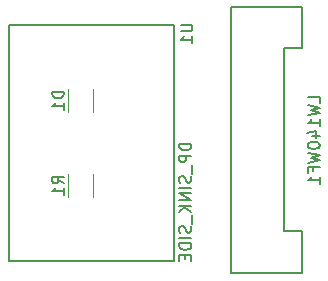
<source format=gbr>
G04 #@! TF.GenerationSoftware,KiCad,Pcbnew,no-vcs-found-be10de8~57~ubuntu16.10.1*
G04 #@! TF.CreationDate,2017-03-16T12:00:26+01:00*
G04 #@! TF.ProjectId,reborn-plutonium-monitor,7265626F726E2D706C75746F6E69756D,rev?*
G04 #@! TF.FileFunction,Legend,Bot*
G04 #@! TF.FilePolarity,Positive*
%FSLAX46Y46*%
G04 Gerber Fmt 4.6, Leading zero omitted, Abs format (unit mm)*
G04 Created by KiCad (PCBNEW no-vcs-found-be10de8~57~ubuntu16.10.1) date Thu Mar 16 12:00:26 2017*
%MOMM*%
%LPD*%
G01*
G04 APERTURE LIST*
%ADD10C,0.100000*%
%ADD11C,0.150000*%
%ADD12C,0.120000*%
G04 APERTURE END LIST*
D10*
D11*
X200925000Y-35000000D02*
X186925000Y-35000000D01*
X200925000Y-55000000D02*
X186925000Y-55000000D01*
X186925000Y-55000000D02*
X186925000Y-55000000D01*
X186925000Y-55000000D02*
X186925000Y-35000000D01*
X200925000Y-35000000D02*
X200925000Y-54750000D01*
X200925000Y-54750000D02*
X200925000Y-55000000D01*
X200925000Y-55000000D02*
X200925000Y-55000000D01*
X210250000Y-52250000D02*
X210250000Y-37250000D01*
X210250000Y-37250000D02*
X210250000Y-37000000D01*
X210250000Y-37000000D02*
X211750000Y-37000000D01*
X211750000Y-37000000D02*
X211750000Y-33500000D01*
X211750000Y-33500000D02*
X208000000Y-33500000D01*
X208000000Y-33500000D02*
X205750000Y-33500000D01*
X205750000Y-33500000D02*
X205750000Y-56000000D01*
X205750000Y-56050000D02*
X211750000Y-56050000D01*
X211750000Y-56000000D02*
X211750000Y-52500000D01*
X211750000Y-52500000D02*
X210250000Y-52500000D01*
X210250000Y-52500000D02*
X210250000Y-52250000D01*
D12*
X194070000Y-42400000D02*
X194070000Y-40400000D01*
X191930000Y-40400000D02*
X191930000Y-42400000D01*
X191930000Y-47600000D02*
X191930000Y-49600000D01*
X194070000Y-49600000D02*
X194070000Y-47600000D01*
D11*
X201477380Y-34988095D02*
X202286904Y-34988095D01*
X202382142Y-35035714D01*
X202429761Y-35083333D01*
X202477380Y-35178571D01*
X202477380Y-35369047D01*
X202429761Y-35464285D01*
X202382142Y-35511904D01*
X202286904Y-35559523D01*
X201477380Y-35559523D01*
X202477380Y-36559523D02*
X202477380Y-35988095D01*
X202477380Y-36273809D02*
X201477380Y-36273809D01*
X201620238Y-36178571D01*
X201715476Y-36083333D01*
X201763095Y-35988095D01*
X202377380Y-45071428D02*
X201377380Y-45071428D01*
X201377380Y-45309523D01*
X201425000Y-45452380D01*
X201520238Y-45547619D01*
X201615476Y-45595238D01*
X201805952Y-45642857D01*
X201948809Y-45642857D01*
X202139285Y-45595238D01*
X202234523Y-45547619D01*
X202329761Y-45452380D01*
X202377380Y-45309523D01*
X202377380Y-45071428D01*
X202377380Y-46071428D02*
X201377380Y-46071428D01*
X201377380Y-46452380D01*
X201425000Y-46547619D01*
X201472619Y-46595238D01*
X201567857Y-46642857D01*
X201710714Y-46642857D01*
X201805952Y-46595238D01*
X201853571Y-46547619D01*
X201901190Y-46452380D01*
X201901190Y-46071428D01*
X202472619Y-46833333D02*
X202472619Y-47595238D01*
X202329761Y-47785714D02*
X202377380Y-47928571D01*
X202377380Y-48166666D01*
X202329761Y-48261904D01*
X202282142Y-48309523D01*
X202186904Y-48357142D01*
X202091666Y-48357142D01*
X201996428Y-48309523D01*
X201948809Y-48261904D01*
X201901190Y-48166666D01*
X201853571Y-47976190D01*
X201805952Y-47880952D01*
X201758333Y-47833333D01*
X201663095Y-47785714D01*
X201567857Y-47785714D01*
X201472619Y-47833333D01*
X201425000Y-47880952D01*
X201377380Y-47976190D01*
X201377380Y-48214285D01*
X201425000Y-48357142D01*
X202377380Y-48785714D02*
X201377380Y-48785714D01*
X202377380Y-49261904D02*
X201377380Y-49261904D01*
X202377380Y-49833333D01*
X201377380Y-49833333D01*
X202377380Y-50309523D02*
X201377380Y-50309523D01*
X202377380Y-50880952D02*
X201805952Y-50452380D01*
X201377380Y-50880952D02*
X201948809Y-50309523D01*
X202472619Y-51071428D02*
X202472619Y-51833333D01*
X202329761Y-52023809D02*
X202377380Y-52166666D01*
X202377380Y-52404761D01*
X202329761Y-52500000D01*
X202282142Y-52547619D01*
X202186904Y-52595238D01*
X202091666Y-52595238D01*
X201996428Y-52547619D01*
X201948809Y-52500000D01*
X201901190Y-52404761D01*
X201853571Y-52214285D01*
X201805952Y-52119047D01*
X201758333Y-52071428D01*
X201663095Y-52023809D01*
X201567857Y-52023809D01*
X201472619Y-52071428D01*
X201425000Y-52119047D01*
X201377380Y-52214285D01*
X201377380Y-52452380D01*
X201425000Y-52595238D01*
X202377380Y-53023809D02*
X201377380Y-53023809D01*
X202377380Y-53500000D02*
X201377380Y-53500000D01*
X201377380Y-53738095D01*
X201425000Y-53880952D01*
X201520238Y-53976190D01*
X201615476Y-54023809D01*
X201805952Y-54071428D01*
X201948809Y-54071428D01*
X202139285Y-54023809D01*
X202234523Y-53976190D01*
X202329761Y-53880952D01*
X202377380Y-53738095D01*
X202377380Y-53500000D01*
X201853571Y-54500000D02*
X201853571Y-54833333D01*
X202377380Y-54976190D02*
X202377380Y-54500000D01*
X201377380Y-54500000D01*
X201377380Y-54976190D01*
X213252380Y-41583333D02*
X213252380Y-41107142D01*
X212252380Y-41107142D01*
X212252380Y-41821428D02*
X213252380Y-42059523D01*
X212538095Y-42250000D01*
X213252380Y-42440476D01*
X212252380Y-42678571D01*
X213252380Y-43583333D02*
X213252380Y-43011904D01*
X213252380Y-43297619D02*
X212252380Y-43297619D01*
X212395238Y-43202380D01*
X212490476Y-43107142D01*
X212538095Y-43011904D01*
X212585714Y-44440476D02*
X213252380Y-44440476D01*
X212204761Y-44202380D02*
X212919047Y-43964285D01*
X212919047Y-44583333D01*
X212252380Y-45154761D02*
X212252380Y-45250000D01*
X212300000Y-45345238D01*
X212347619Y-45392857D01*
X212442857Y-45440476D01*
X212633333Y-45488095D01*
X212871428Y-45488095D01*
X213061904Y-45440476D01*
X213157142Y-45392857D01*
X213204761Y-45345238D01*
X213252380Y-45250000D01*
X213252380Y-45154761D01*
X213204761Y-45059523D01*
X213157142Y-45011904D01*
X213061904Y-44964285D01*
X212871428Y-44916666D01*
X212633333Y-44916666D01*
X212442857Y-44964285D01*
X212347619Y-45011904D01*
X212300000Y-45059523D01*
X212252380Y-45154761D01*
X212252380Y-45821428D02*
X213252380Y-46059523D01*
X212538095Y-46250000D01*
X213252380Y-46440476D01*
X212252380Y-46678571D01*
X212728571Y-47392857D02*
X212728571Y-47059523D01*
X213252380Y-47059523D02*
X212252380Y-47059523D01*
X212252380Y-47535714D01*
X213252380Y-48440476D02*
X213252380Y-47869047D01*
X213252380Y-48154761D02*
X212252380Y-48154761D01*
X212395238Y-48059523D01*
X212490476Y-47964285D01*
X212538095Y-47869047D01*
X191602380Y-40661904D02*
X190602380Y-40661904D01*
X190602380Y-40900000D01*
X190650000Y-41042857D01*
X190745238Y-41138095D01*
X190840476Y-41185714D01*
X191030952Y-41233333D01*
X191173809Y-41233333D01*
X191364285Y-41185714D01*
X191459523Y-41138095D01*
X191554761Y-41042857D01*
X191602380Y-40900000D01*
X191602380Y-40661904D01*
X191602380Y-42185714D02*
X191602380Y-41614285D01*
X191602380Y-41900000D02*
X190602380Y-41900000D01*
X190745238Y-41804761D01*
X190840476Y-41709523D01*
X190888095Y-41614285D01*
X191602380Y-48433333D02*
X191126190Y-48100000D01*
X191602380Y-47861904D02*
X190602380Y-47861904D01*
X190602380Y-48242857D01*
X190650000Y-48338095D01*
X190697619Y-48385714D01*
X190792857Y-48433333D01*
X190935714Y-48433333D01*
X191030952Y-48385714D01*
X191078571Y-48338095D01*
X191126190Y-48242857D01*
X191126190Y-47861904D01*
X191602380Y-49385714D02*
X191602380Y-48814285D01*
X191602380Y-49100000D02*
X190602380Y-49100000D01*
X190745238Y-49004761D01*
X190840476Y-48909523D01*
X190888095Y-48814285D01*
M02*

</source>
